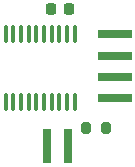
<source format=gbr>
%TF.GenerationSoftware,KiCad,Pcbnew,7.0.10*%
%TF.CreationDate,2024-06-25T16:53:40+01:00*%
%TF.ProjectId,REPLICATE_glue_potentiometer,5245504c-4943-4415-9445-5f676c75655f,rev?*%
%TF.SameCoordinates,Original*%
%TF.FileFunction,Paste,Top*%
%TF.FilePolarity,Positive*%
%FSLAX46Y46*%
G04 Gerber Fmt 4.6, Leading zero omitted, Abs format (unit mm)*
G04 Created by KiCad (PCBNEW 7.0.10) date 2024-06-25 16:53:40*
%MOMM*%
%LPD*%
G01*
G04 APERTURE LIST*
G04 Aperture macros list*
%AMRoundRect*
0 Rectangle with rounded corners*
0 $1 Rounding radius*
0 $2 $3 $4 $5 $6 $7 $8 $9 X,Y pos of 4 corners*
0 Add a 4 corners polygon primitive as box body*
4,1,4,$2,$3,$4,$5,$6,$7,$8,$9,$2,$3,0*
0 Add four circle primitives for the rounded corners*
1,1,$1+$1,$2,$3*
1,1,$1+$1,$4,$5*
1,1,$1+$1,$6,$7*
1,1,$1+$1,$8,$9*
0 Add four rect primitives between the rounded corners*
20,1,$1+$1,$2,$3,$4,$5,0*
20,1,$1+$1,$4,$5,$6,$7,0*
20,1,$1+$1,$6,$7,$8,$9,0*
20,1,$1+$1,$8,$9,$2,$3,0*%
G04 Aperture macros list end*
%ADD10R,2.900000X0.800000*%
%ADD11RoundRect,0.200000X-0.200000X-0.275000X0.200000X-0.275000X0.200000X0.275000X-0.200000X0.275000X0*%
%ADD12R,0.800000X2.900000*%
%ADD13RoundRect,0.225000X0.225000X0.250000X-0.225000X0.250000X-0.225000X-0.250000X0.225000X-0.250000X0*%
%ADD14RoundRect,0.100000X-0.100000X0.637500X-0.100000X-0.637500X0.100000X-0.637500X0.100000X0.637500X0*%
G04 APERTURE END LIST*
D10*
%TO.C,H2*%
X44300000Y-35800001D03*
%TD*%
D11*
%TO.C,R1*%
X41875000Y-40150000D03*
X43525000Y-40150000D03*
%TD*%
D10*
%TO.C,H3*%
X44300000Y-34000000D03*
%TD*%
%TO.C,H4*%
X44300000Y-32200000D03*
%TD*%
D12*
%TO.C,H6*%
X40350000Y-41650000D03*
%TD*%
D10*
%TO.C,H1*%
X44300000Y-37600002D03*
%TD*%
D13*
%TO.C,C1*%
X40425000Y-30100000D03*
X38875000Y-30100000D03*
%TD*%
D14*
%TO.C,U1*%
X40900000Y-32200000D03*
X40250000Y-32200000D03*
X39600000Y-32200000D03*
X38950000Y-32200000D03*
X38300000Y-32200000D03*
X37650000Y-32200000D03*
X37000000Y-32200000D03*
X36350000Y-32200000D03*
X35700000Y-32200000D03*
X35050000Y-32200000D03*
X35050000Y-37925000D03*
X35700000Y-37925000D03*
X36350000Y-37925000D03*
X37000000Y-37925000D03*
X37650000Y-37925000D03*
X38300000Y-37925000D03*
X38950000Y-37925000D03*
X39600000Y-37925000D03*
X40250000Y-37925000D03*
X40900000Y-37925000D03*
%TD*%
D12*
%TO.C,H5*%
X38550000Y-41649999D03*
%TD*%
M02*

</source>
